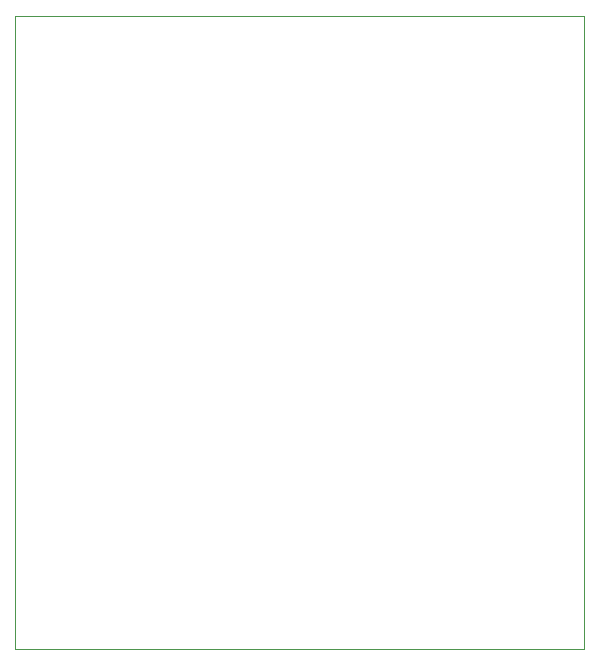
<source format=gm1>
%TF.GenerationSoftware,KiCad,Pcbnew,(6.0.11)*%
%TF.CreationDate,2023-05-09T17:47:33+10:00*%
%TF.ProjectId,LVBMS_A_Sample_R2,4c56424d-535f-4415-9f53-616d706c655f,1*%
%TF.SameCoordinates,Original*%
%TF.FileFunction,Profile,NP*%
%FSLAX46Y46*%
G04 Gerber Fmt 4.6, Leading zero omitted, Abs format (unit mm)*
G04 Created by KiCad (PCBNEW (6.0.11)) date 2023-05-09 17:47:33*
%MOMM*%
%LPD*%
G01*
G04 APERTURE LIST*
%TA.AperFunction,Profile*%
%ADD10C,0.100000*%
%TD*%
G04 APERTURE END LIST*
D10*
X125120400Y-118618000D02*
X173329600Y-118618000D01*
X173329600Y-118618000D02*
X173329600Y-65074800D01*
X173329600Y-65074800D02*
X125120400Y-65074800D01*
X125120400Y-65074800D02*
X125120400Y-118618000D01*
M02*

</source>
